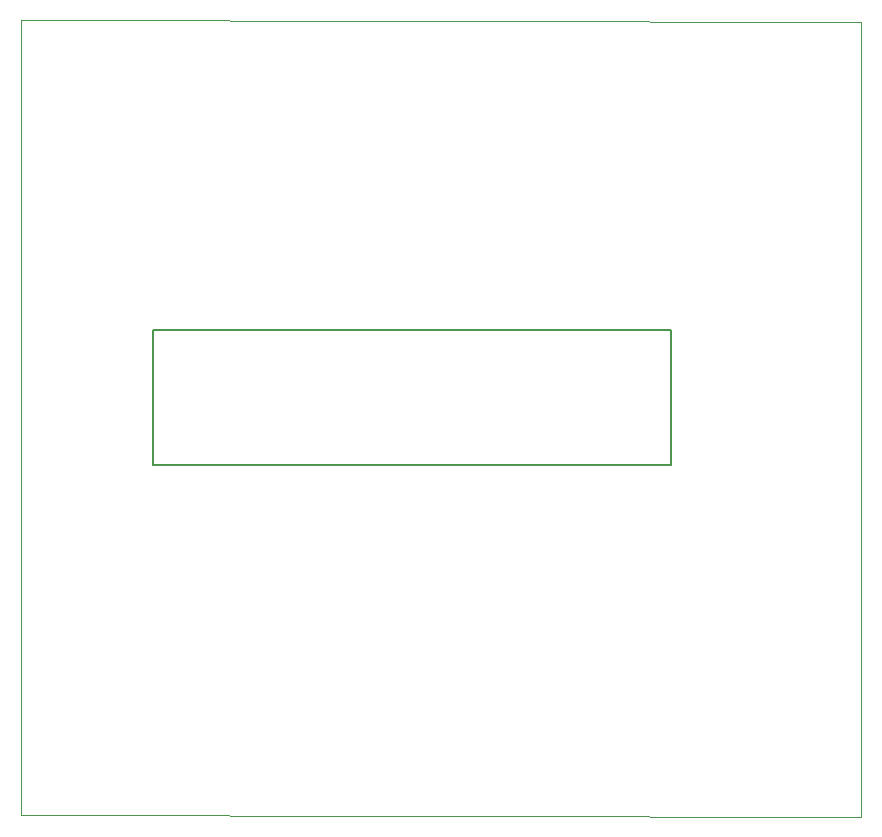
<source format=gbr>
G04 EAGLE Gerber RS-274X export*
G75*
%MOMM*%
%FSLAX34Y34*%
%LPD*%
%INProfile*%
%IPPOS*%
%AMOC8*
5,1,8,0,0,1.08239X$1,22.5*%
G01*
%ADD10C,0.000000*%
%ADD11C,0.152400*%


D10*
X-457Y406D02*
X711048Y-1168D01*
X711048Y672332D01*
X-457Y673906D01*
X-457Y406D01*
D11*
X111303Y411582D02*
X549453Y411582D01*
X549453Y297282D01*
X111303Y297282D01*
X111303Y411582D01*
M02*

</source>
